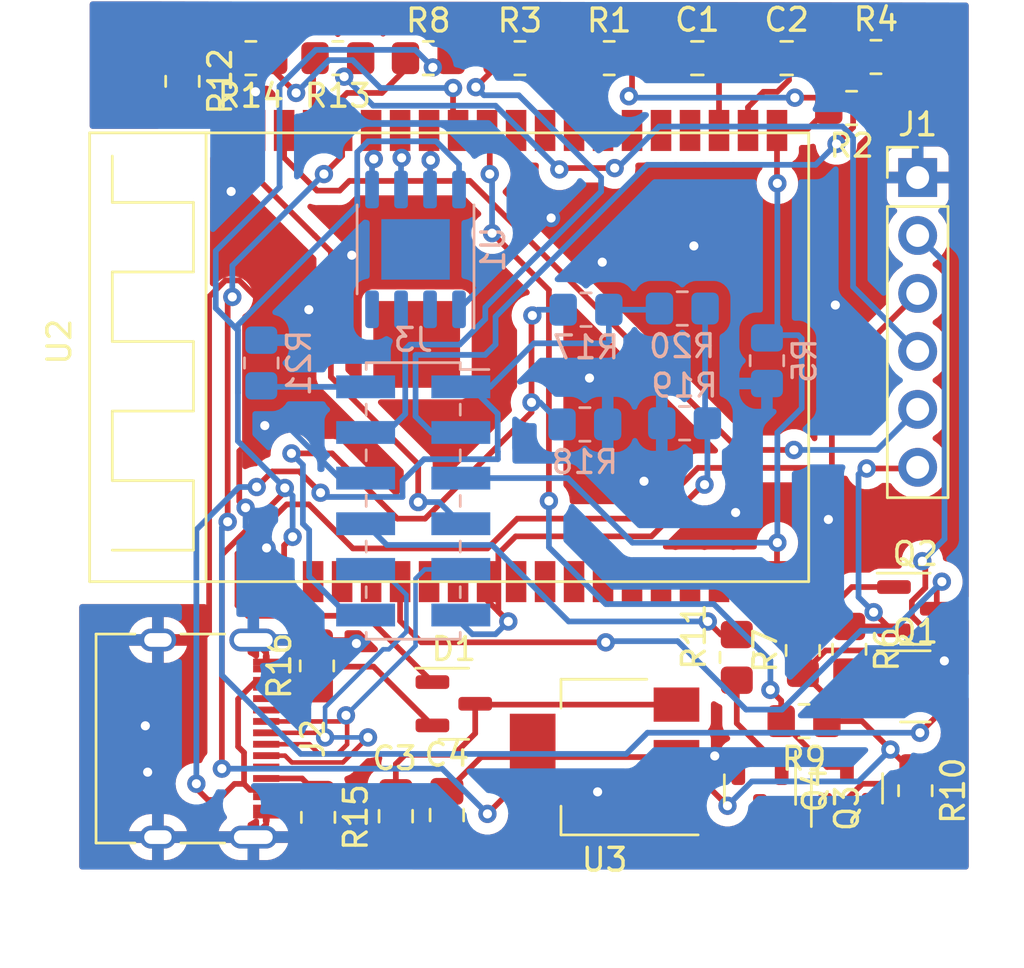
<source format=kicad_pcb>
(kicad_pcb (version 20211014) (generator pcbnew)
  (layers (0 "F.Cu" signal) (31 "B.Cu" signal) (34 "B.Paste" user) (35 "F.Paste" user) (36 "B.SilkS" user "B.Silkscreen") (37 "F.SilkS" user "F.Silkscreen") (38 "B.Mask" user) (39 "F.Mask" user) (44 "Edge.Cuts" user))
  (net 0 "")
  (net 1 "Net-(C1-Pad1)")
  (net 2 "esp_audio_l")
  (net 3 "Net-(C2-Pad1)")
  (net 4 "esp_audio_r")
  (net 5 "Net-(C3-Pad1)")
  (net 6 "GND")
  (net 7 "+3.3V")
  (net 8 "+5C")
  (net 9 "+5V")
  (net 10 "rts")
  (net 11 "prg-rx")
  (net 12 "prg-tx")
  (net 13 "dtr")
  (net 14 "Net-(J2-PadA5)")
  (net 15 "usb D+")
  (net 16 "usb D-")
  (net 18 "Net-(J2-PadB5)")
  (net 20 "Net-(R21-Pad1)")
  (net 21 "audio_r")
  (net 22 "audio_l")
  (net 23 "GNDA")
  (net 24 "zune-rx")
  (net 25 "zune-tx")
  (net 26 "auth_ctrl")
  (net 27 "Net-(R17-Pad1)")
  (net 28 "Net-(Q1-Pad1)")
  (net 29 "EN")
  (net 30 "Net-(Q2-Pad1)")
  (net 31 "esp_rst")
  (net 32 "Net-(Q3-Pad1)")
  (net 33 "esp-rx")
  (net 34 "Net-(Q4-Pad1)")
  (net 35 "Net-(R13-Pad2)")
  (net 36 "esp-tx")
  (net 40 "DIO")
  (net 41 "CLK")
  (net 42 "RST")
  (footprint "Resistor_SMD:R_0805_2012Metric_Pad1.20x1.40mm_HandSolder" (layer "F.Cu") (at 133.6548 108.0516 90)
    (fp_text reference "R11")
    (fp_text value "10k")
  )
  (footprint "Resistor_SMD:R_0805_2012Metric_Pad1.20x1.40mm_HandSolder" (layer "F.Cu") (at 136.6012 110.8456 180)
    (fp_text reference "R9")
    (fp_text value "10k")
  )
  (footprint "Capacitor_SMD:C_0805_2012Metric_Pad1.18x1.45mm_HandSolder" (layer "F.Cu") (at 131.9276 81.788)
    (fp_text reference "C1")
    (fp_text value "1uf")
  )
  (footprint "Connector_PinHeader_2.54mm:PinHeader_1x06_P2.54mm_Vertical" (layer "F.Cu") (at 141.5796 87.0204)
    (fp_text reference "J1")
    (fp_text value "Conn_01x06")
  )
  (footprint "Resistor_SMD:R_0805_2012Metric_Pad1.20x1.40mm_HandSolder" (layer "F.Cu") (at 128.0668 81.788)
    (fp_text reference "R1")
    (fp_text value "opt")
  )
  (footprint "Package_TO_SOT_SMD:SOT-23" (layer "F.Cu") (at 121.2596 110.0836)
    (fp_text reference "D1")
    (fp_text value "BAT54C")
  )
  (footprint "Package_TO_SOT_SMD:SOT-23" (layer "F.Cu") (at 141.478 105.918)
    (fp_text reference "Q2")
    (fp_text value "MMBT3904")
  )
  (footprint "Resistor_SMD:R_0805_2012Metric_Pad1.20x1.40mm_HandSolder" (layer "F.Cu") (at 112.3696 81.788 180)
    (fp_text reference "R14")
    (fp_text value "3.3k")
  )
  (footprint "Package_TO_SOT_SMD:SOT-23" (layer "F.Cu") (at 141.478 109.3216)
    (fp_text reference "Q1")
    (fp_text value "MMBT3904")
  )
  (footprint "Capacitor_SMD:C_0805_2012Metric_Pad1.18x1.45mm_HandSolder" (layer "F.Cu") (at 135.8392 81.788)
    (fp_text reference "C2")
    (fp_text value "1uf")
  )
  (footprint "Resistor_SMD:R_0805_2012Metric_Pad1.20x1.40mm_HandSolder" (layer "F.Cu") (at 109.3724 82.804 -90)
    (fp_text reference "R12")
    (fp_text value "3.3k")
  )
  (footprint "Package_TO_SOT_SMD:SOT-223-3_TabPin2" (layer "F.Cu") (at 127.8636 112.4204 180)
    (fp_text reference "U3")
    (fp_text value "AP1117-33")
  )
  (footprint "Capacitor_SMD:C_0805_2012Metric_Pad1.18x1.45mm_HandSolder" (layer "F.Cu") (at 120.9548 114.9604 -90)
    (fp_text reference "C4")
    (fp_text value "10uf")
  )
  (footprint "Resistor_SMD:R_0805_2012Metric_Pad1.20x1.40mm_HandSolder" (layer "F.Cu") (at 120.142 81.788)
    (fp_text reference "R8")
    (fp_text value "10k")
  )
  (footprint "Resistor_SMD:R_0805_2012Metric_Pad1.20x1.40mm_HandSolder" (layer "F.Cu") (at 136.5504 107.7468 90)
    (fp_text reference "R7")
    (fp_text value "10k")
  )
  (footprint "Package_TO_SOT_SMD:SOT-23" (layer "F.Cu") (at 138.4808 113.792 90)
    (fp_text reference "Q3")
    (fp_text value "MMBT3904")
  )
  (footprint "Resistor_SMD:R_0805_2012Metric_Pad1.20x1.40mm_HandSolder" (layer "F.Cu") (at 138.684 83.9724 180)
    (fp_text reference "R2")
    (fp_text value "opt")
  )
  (footprint "Resistor_SMD:R_0805_2012Metric_Pad1.20x1.40mm_HandSolder" (layer "F.Cu") (at 141.478 113.8936 -90)
    (fp_text reference "R10")
    (fp_text value "10k")
  )
  (footprint "Resistor_SMD:R_0805_2012Metric_Pad1.20x1.40mm_HandSolder" (layer "F.Cu") (at 115.2652 108.4232 90)
    (fp_text reference "R16")
    (fp_text value "5.1k")
  )
  (footprint "ESP32-A1S:ESP32-A1S" (layer "F.Cu") (at 106.8064 94.7146 90)
    (fp_text reference "U2")
    (fp_text value "ESP32-A1S")
  )
  (footprint "Resistor_SMD:R_0805_2012Metric_Pad1.20x1.40mm_HandSolder" (layer "F.Cu") (at 115.316 115.062 -90)
    (fp_text reference "R15")
    (fp_text value "5.1k")
  )
  (footprint "Resistor_SMD:R_0805_2012Metric_Pad1.20x1.40mm_HandSolder" (layer "F.Cu") (at 139.7508 81.7372)
    (fp_text reference "R4")
    (fp_text value "0")
  )
  (footprint "Package_TO_SOT_SMD:SOT-23" (layer "F.Cu") (at 134.6708 113.8428 -90)
    (fp_text reference "Q4")
    (fp_text value "MMBT3904")
  )
  (footprint "Connector_USB:USB_C_Receptacle_XKB_U262-16XN-4BVC11" (layer "F.Cu") (at 109.3724 111.6076 -90)
    (fp_text reference "J2")
    (fp_text value "USB_C_Receptacle_USB2.0")
  )
  (footprint "Resistor_SMD:R_0805_2012Metric_Pad1.20x1.40mm_HandSolder" (layer "F.Cu") (at 138.5824 107.696 -90)
    (fp_text reference "R6")
    (fp_text value "10k")
  )
  (footprint "Resistor_SMD:R_0805_2012Metric_Pad1.20x1.40mm_HandSolder" (layer "F.Cu") (at 124.1552 81.788)
    (fp_text reference "R3")
    (fp_text value "0")
  )
  (footprint "Resistor_SMD:R_0805_2012Metric_Pad1.20x1.40mm_HandSolder" (layer "F.Cu") (at 116.1796 81.788 180)
    (fp_text reference "R13")
    (fp_text value "499")
  )
  (footprint "Capacitor_SMD:C_0805_2012Metric_Pad1.18x1.45mm_HandSolder" (layer "F.Cu") (at 118.7196 115.0112 -90)
    (fp_text reference "C3")
    (fp_text value "10uf")
  )
  (footprint "Resistor_SMD:R_0805_2012Metric_Pad1.20x1.40mm_HandSolder" (layer "B.Cu") (at 112.8268 95.1484 90)
    (fp_text reference "R21")
    (fp_text value "opt")
  )
  (footprint "Resistor_SMD:R_0805_2012Metric_Pad1.20x1.40mm_HandSolder" (layer "B.Cu") (at 134.9756 95.0468 90)
    (fp_text reference "R5")
    (fp_text value "0")
  )
  (footprint "Connector_PinHeader_2.00mm:PinHeader_2x06_P2.00mm_Vertical_SMD" (layer "B.Cu") (at 119.4816 101.1936 180)
    (fp_text reference "J3")
    (fp_text value "Zune Passthrough")
  )
  (footprint "Package_SO:Infineon_PG-DSO-8-27_3.9x4.9mm_EP2.65x3mm" (layer "B.Cu") (at 119.5832 90.17 90)
    (fp_text reference "U1")
    (fp_text value "TPM")
  )
  (footprint "Resistor_SMD:R_0805_2012Metric_Pad1.20x1.40mm_HandSolder" (layer "B.Cu") (at 127.0508 92.8116)
    (fp_text reference "R17")
    (fp_text value "5.1k")
  )
  (footprint "Resistor_SMD:R_0805_2012Metric_Pad1.20x1.40mm_HandSolder" (layer "B.Cu") (at 131.3688 97.79 180)
    (fp_text reference "R19")
    (fp_text value "3.3k")
  )
  (footprint "Resistor_SMD:R_0805_2012Metric_Pad1.20x1.40mm_HandSolder" (layer "B.Cu") (at 131.2672 92.7608)
    (fp_text reference "R20")
    (fp_text value "opt")
  )
  (footprint "Resistor_SMD:R_0805_2012Metric_Pad1.20x1.40mm_HandSolder" (layer "B.Cu") (at 127 97.8408)
    (fp_text reference "R18")
    (fp_text value "5.1k")
  )
  (segment (start 127.0668 81.788) (end 125.1552 81.788) (width 0.25) (layer "F.Cu") (net 1))
  (segment (start 130.8901 81.1061) (end 130.1496 80.3656) (width 0.25) (layer "F.Cu") (net 1))
  (segment (start 130.1496 80.3656) (end 128.4892 80.3656) (width 0.25) (layer "F.Cu") (net 1))
  (segment (start 128.4892 80.3656) (end 127.0668 81.788) (width 0.25) (layer "F.Cu") (net 1))
  (segment (start 130.8901 81.788) (end 130.8901 81.1061) (width 0.25) (layer "F.Cu") (net 1))
  (segment (start 132.8764 84.9566) (end 132.8764 81.8767) (width 0.25) (layer "F.Cu") (net 2))
  (segment (start 140.7508 81.4164) (end 139.7 80.3656) (width 0.25) (layer "F.Cu") (net 3))
  (segment (start 139.684 83.9724) (end 140.7508 82.9056) (width 0.25) (layer "F.Cu") (net 3))
  (segment (start 140.7508 82.9056) (end 140.7508 81.7372) (width 0.25) (layer "F.Cu") (net 3))
  (segment (start 136.2241 80.3656) (end 134.8017 81.788) (width 0.25) (layer "F.Cu") (net 3))
  (segment (start 139.7 80.3656) (end 136.2241 80.3656) (width 0.25) (layer "F.Cu") (net 3))
  (segment (start 135.4328 83.2612) (end 134.8232 83.2612) (width 0.25) (layer "F.Cu") (net 4))
  (segment (start 135.9408 82.7532) (end 135.4328 83.2612) (width 0.25) (layer "F.Cu") (net 4))
  (segment (start 134.8232 83.2612) (end 134.1464 83.938) (width 0.25) (layer "F.Cu") (net 4))
  (segment (start 134.1464 83.938) (end 134.1464 84.9566) (width 0.25) (layer "F.Cu") (net 4))
  (segment (start 136.585 81.788) (end 135.9408 82.4322) (width 0.25) (layer "F.Cu") (net 4))
  (segment (start 135.9408 82.4322) (end 135.9408 82.7532) (width 0.25) (layer "F.Cu") (net 4))
  (segment (start 122.2339 110.1204) (end 131.0136 110.1204) (width 0.25) (layer "F.Cu") (net 5))
  (segment (start 118.7196 112.7252) (end 119.126 112.3188) (width 0.25) (layer "F.Cu") (net 5))
  (segment (start 118.7196 113.9737) (end 118.7196 112.7252) (width 0.25) (layer "F.Cu") (net 5))
  (segment (start 119.126 112.3188) (end 121.2596 112.3188) (width 0.25) (layer "F.Cu") (net 5))
  (segment (start 122.1971 111.3813) (end 122.1971 110.0836) (width 0.25) (layer "F.Cu") (net 5))
  (segment (start 121.2596 112.3188) (end 122.1971 111.3813) (width 0.25) (layer "F.Cu") (net 5))
  (segment (start 108.2974 107.2876) (end 110.1872 107.2876) (width 0.25) (layer "F.Cu") (net 6))
  (segment (start 111.857105 91.5278) (end 112.9792 92.649895) (width 0.25) (layer "F.Cu") (net 6))
  (segment (start 112.9792 92.649895) (end 112.9792 97.8916) (width 0.25) (layer "F.Cu") (net 6))
  (segment (start 112.5564 83.2776) (end 112.5728 83.2612) (width 0.25) (layer "F.Cu") (net 6))
  (segment (start 113.0424 107.8526) (end 112.4774 107.2876) (width 0.25) (layer "F.Cu") (net 6))
  (segment (start 110.1872 107.2876) (end 110.5408 106.934) (width 0.25) (layer "F.Cu") (net 6))
  (segment (start 110.5408 106.934) (end 110.5408 92.243495) (width 0.25) (layer "F.Cu") (net 6))
  (segment (start 112.13776 101.488245) (end 111.8616 101.212085) (width 0.25) (layer "F.Cu") (net 6))
  (segment (start 125.827301 88.794101) (end 127.762 90.7288) (width 0.25) (layer "F.Cu") (net 6))
  (segment (start 113.0424 115.3626) (end 112.4774 115.9276) (width 0.25) (layer "F.Cu") (net 6))
  (segment (start 113.0424 114.9576) (end 113.0424 115.3626) (width 0.25) (layer "F.Cu") (net 6))
  (segment (start 111.256495 91.5278) (end 111.857105 91.5278) (width 0.25) (layer "F.Cu") (net 6))
  (segment (start 112.5564 104.7306) (end 112.5564 103.755198) (width 0.25) (layer "F.Cu") (net 6))
  (segment (start 111.8616 101.212085) (end 111.8616 99.0092) (width 0.25) (layer "F.Cu") (net 6))
  (segment (start 110.5408 92.243495) (end 111.256495 91.5278) (width 0.25) (layer "F.Cu") (net 6))
  (segment (start 111.8616 99.0092) (end 112.9792 97.8916) (width 0.25) (layer "F.Cu") (net 6))
  (segment (start 112.5564 84.9566) (end 112.5564 83.2776) (width 0.25) (layer "F.Cu") (net 6))
  (segment (start 125.522501 88.794101) (end 125.827301 88.794101) (width 0.25) (layer "F.Cu") (net 6))
  (segment (start 112.5564 103.755198) (end 113.057999 103.253599) (width 0.25) (layer "F.Cu") (net 6))
  (segment (start 113.0424 108.2576) (end 113.0424 107.8526) (width 0.25) (layer "F.Cu") (net 6))
  (via (at 132.6896 112.3696) (size 0.8) (drill 0.4) (layers "F.Cu" "B.Cu") (net 6))
  (via (at 111.506 87.63) (size 0.8) (drill 0.4) (layers "F.Cu" "B.Cu") (net 6))
  (via (at 112.5728 83.2612) (size 0.8) (drill 0.4) (layers "F.Cu" "B.Cu") (net 6))
  (via (at 127.5588 113.9444) (size 0.8) (drill 0.4) (layers "F.Cu" "B.Cu") (net 6))
  (via (at 129.5908 100.33) (size 0.8) (drill 0.4) (layers "F.Cu" "B.Cu") (net 6))
  (via (at 125.522501 88.794101) (size 0.8) (drill 0.4) (layers "F.Cu" "B.Cu") (net 6))
  (via (at 131.7752 90.0176) (size 0.8) (drill 0.4) (layers "F.Cu" "B.Cu") (net 6))
  (via (at 127.2032 95.8088) (size 0.8) (drill 0.4) (layers "F.Cu" "B.Cu") (net 6))
  (via (at 133.604 101.7016) (size 0.8) (drill 0.4) (layers "F.Cu" "B.Cu") (net 6))
  (via (at 112.13776 101.488245) (size 0.8) (drill 0.4) (layers "F.Cu" "B.Cu") (net 6))
  (via (at 107.7468 111.0488) (size 0.8) (drill 0.4) (layers "F.Cu" "B.Cu") (net 6))
  (via (at 127.762 90.7288) (size 0.8) (drill 0.4) (layers "F.Cu" "B.Cu") (net 6))
  (via (at 112.9792 97.8916) (size 0.8) (drill 0.4) (layers "F.Cu" "B.Cu") (net 6))
  (via (at 137.9728 92.6084) (size 0.8) (drill 0.4) (layers "F.Cu" "B.Cu") (net 6))
  (via (at 116.9924 107.442) (size 0.8) (drill 0.4) (layers "F.Cu" "B.Cu") (net 6))
  (via (at 116.7892 90.424) (size 0.8) (drill 0.4) (layers "F.Cu" "B.Cu") (net 6))
  (via (at 142.748 108.204) (size 0.8) (drill 0.4) (layers "F.Cu" "B.Cu") (net 6))
  (via (at 107.8484 113.0808) (size 0.8) (drill 0.4) (layers "F.Cu" "B.Cu") (net 6))
  (via (at 114.9096 92.8116) (size 0.8) (drill 0.4) (layers "F.Cu" "B.Cu") (net 6))
  (via (at 137.668 102.0064) (size 0.8) (drill 0.4) (layers "F.Cu" "B.Cu") (net 6))
  (via (at 113.057999 103.253599) (size 0.8) (drill 0.4) (layers "F.Cu" "B.Cu") (net 6))
  (segment (start 116.255705 100.1936) (end 113.953705 97.8916) (width 0.25) (layer "B.Cu") (net 6))
  (segment (start 113.057999 103.253599) (end 112.13776 102.33336) (width 0.25) (layer "B.Cu") (net 6))
  (segment (start 112.5728 83.2612) (end 111.506 84.328) (width 0.25) (layer "B.Cu") (net 6))
  (segment (start 125.489099 88.794101) (end 125.522501 88.794101) (width 0.25) (layer "B.Cu") (net 6))
  (segment (start 113.953705 97.8916) (end 112.9792 97.8916) (width 0.25) (layer "B.Cu") (net 6))
  (segment (start 112.4774 103.834198) (end 112.4774 107.2876) (width 0.25) (layer "B.Cu") (net 6))
  (segment (start 121.4882 92.795) (end 125.489099 88.794101) (width 0.25) (layer "B.Cu") (net 6))
  (segment (start 111.506 84.328) (end 111.506 87.63) (width 0.25) (layer "B.Cu") (net 6))
  (segment (start 113.057999 103.253599) (end 112.4774 103.834198) (width 0.25) (layer "B.Cu") (net 6))
  (segment (start 112.13776 102.33336) (end 112.13776 101.488245) (width 0.25) (layer "B.Cu") (net 6))
  (segment (start 140.3858 112.0902) (end 139.1412 110.8456) (width 0.25) (layer "F.Cu") (net 7))
  (segment (start 124.7136 112.4204) (end 131.0136 112.4204) (width 0.25) (layer "F.Cu") (net 7))
  (segment (start 139.1412 110.8456) (end 137.6012 110.8456) (width 0.25) (layer "F.Cu") (net 7))
  (segment (start 120.7479 81.788) (end 120.3415 82.1944) (width 0.25) (layer "F.Cu") (net 7))
  (segment (start 111.0996 103.551004) (end 111.0996 112.776) (width 0.25) (layer "F.Cu") (net 7))
  (segment (start 113.8264 104.7306) (end 113.8264 103.1404) (width 0.25) (layer "F.Cu") (net 7))
  (segment (start 113.857068 100.793536) (end 111.0996 103.551004) (width 0.25) (layer "F.Cu") (net 7))
  (segment (start 111.0996 112.776) (end 111.0996 112.9284) (width 0.25) (layer "F.Cu") (net 7))
  (segment (start 113.8264 103.1404) (end 114.1984 102.7684) (width 0.25) (layer "F.Cu") (net 7))
  (segment (start 122.7328 114.9096) (end 124.7136 112.9288) (width 0.25) (layer "F.Cu") (net 7))
  (segment (start 131.1148 112.4204) (end 133.2484 114.554) (width 0.25) (layer "F.Cu") (net 7))
  (segment (start 122.4573 112.4204) (end 124.7136 112.4204) (width 0.25) (layer "F.Cu") (net 7))
  (segment (start 141.1892 112.8936) (end 140.3858 112.0902) (width 0.25) (layer "F.Cu") (net 7))
  (segment (start 113.857068 100.626377) (end 113.857068 100.793536) (width 0.25) (layer "F.Cu") (net 7))
  (segment (start 120.9548 113.9229) (end 122.4573 112.4204) (width 0.25) (layer "F.Cu") (net 7))
  (via (at 114.1984 102.7684) (size 0.8) (drill 0.4) (layers "F.Cu" "B.Cu") (net 7))
  (via (at 122.7328 114.9096) (size 0.8) (drill 0.4) (layers "F.Cu" "B.Cu") (net 7))
  (via (at 120.3415 82.1944) (size 0.8) (drill 0.4) (layers "F.Cu" "B.Cu") (net 7))
  (via (at 140.3858 112.0902) (size 0.8) (drill 0.4) (layers "F.Cu" "B.Cu") (net 7))
  (via (at 113.857068 100.626377) (size 0.8) (drill 0.4) (layers "F.Cu" "B.Cu") (net 7))
  (via (at 133.2484 114.554) (size 0.8) (drill 0.4) (layers "F.Cu" "B.Cu") (net 7))
  (via (at 111.0996 112.9284) (size 0.8) (drill 0.4) (layers "F.Cu" "B.Cu") (net 7))
  (segment (start 111.0996 112.9284) (end 120.7516 112.9284) (width 0.25) (layer "B.Cu") (net 7))
  (segment (start 133.2484 114.554) (end 134.3152 113.4872) (width 0.25) (layer "B.Cu") (net 7))
  (segment (start 111.8018 96.4602) (end 111.8018 93.481) (width 0.25) (layer "B.Cu") (net 7))
  (segment (start 113.6258 87.413) (end 113.6396 87.4268) (width 0.25) (layer "B.Cu") (net 7))
  (segment (start 114.1984 102.7684) (end 114.1984 100.967709) (width 0.25) (layer "B.Cu") (net 7))
  (segment (start 134.3152 113.4872) (end 138.9888 113.4872) (width 0.25) (layer "B.Cu") (net 7))
  (segment (start 120.7516 112.9284) (end 122.7328 114.9096) (width 0.25) (layer "B.Cu") (net 7))
  (segment (start 111.8018 93.717) (end 111.8018 96.4602) (width 0.25) (layer "B.Cu") (net 7))
  (segment (start 138.9888 113.4872) (end 140.3858 112.0902) (width 0.25) (layer "B.Cu") (net 7))
  (segment (start 115.213309 81.424186) (end 113.6258 83.011695) (width 0.25) (layer "B.Cu") (net 7))
  (segment (start 117.504895 85.4318) (end 120.4838 85.4318) (width 0.25) (layer "B.Cu") (net 7))
  (segment (start 121.4882 86.4362) (end 121.4882 87.545) (width 0.25) (layer "B.Cu") (net 7))
  (segment (start 120.3415 82.1944) (end 119.571286 81.424186) (width 0.25) (layer "B.Cu") (net 7))
  (segment (start 113.6258 83.011695) (end 113.6258 87.413) (width 0.25) (layer "B.Cu") (net 7))
  (segment (start 114.1984 100.967709) (end 113.857068 100.626377) (width 0.25) (layer "B.Cu") (net 7))
  (segment (start 119.571286 81.424186) (end 115.213309 81.424186) (width 0.25) (layer "B.Cu") (net 7))
  (segment (start 117.0294 85.907295) (end 117.504895 85.4318) (width 0.25) (layer "B.Cu") (net 7))
  (segment (start 117.0294 88.2534) (end 117.0294 85.907295) (width 0.25) (layer "B.Cu") (net 7))
  (segment (start 110.8318 90.2346) (end 110.8318 92.747) (width 0.25) (layer "B.Cu") (net 7))
  (segment (start 113.857068 100.626377) (end 111.8018 98.571109) (width 0.25) (layer "B.Cu") (net 7))
  (segment (start 113.6396 87.4268) (end 110.8318 90.2346) (width 0.25) (layer "B.Cu") (net 7))
  (segment (start 110.8318 92.747) (end 111.8018 93.717) (width 0.25) (layer "B.Cu") (net 7))
  (segment (start 111.8018 93.481) (end 117.0294 88.2534) (width 0.25) (layer "B.Cu") (net 7))
  (segment (start 120.4838 85.4318) (end 121.4882 86.4362) (width 0.25) (layer "B.Cu") (net 7))
  (segment (start 111.8018 98.571109) (end 111.8018 96.4602) (width 0.25) (layer "B.Cu") (net 7))
  (segment (start 114.9096 101.346) (end 116.84 103.2764) (width 0.25) (layer "F.Cu") (net 8))
  (segment (start 111.7814 105.7728) (end 111.7814 103.5056) (width 0.25) (layer "F.Cu") (net 8))
  (segment (start 137.8204 99.7204) (end 137.8204 95.8596) (width 0.25) (layer "F.Cu") (net 8))
  (segment (start 117.4167 106.2282) (end 112.2368 106.2282) (width 0.25) (layer "F.Cu") (net 8))
  (segment (start 124.0398 101.9694) (end 129.7294 101.9694) (width 0.25) (layer "F.Cu") (net 8))
  (segment (start 113.941 101.346) (end 114.9096 101.346) (width 0.25) (layer "F.Cu") (net 8))
  (segment (start 129.7294 101.9694) (end 131.953 99.7458) (width 0.25) (layer "F.Cu") (net 8))
  (segment (start 111.7814 103.5056) (end 113.941 101.346) (width 0.25) (layer "F.Cu") (net 8))
  (segment (start 120.3221 109.1336) (end 117.4167 106.2282) (width 0.25) (layer "F.Cu") (net 8))
  (segment (start 131.953 99.7458) (end 137.795 99.7458) (width 0.25) (layer "F.Cu") (net 8))
  (segment (start 116.84 103.2764) (end 122.7328 103.2764) (width 0.25) (layer "F.Cu") (net 8))
  (segment (start 122.7328 103.2764) (end 124.0398 101.9694) (width 0.25) (layer "F.Cu") (net 8))
  (segment (start 137.8204 95.8596) (end 141.5796 92.1004) (width 0.25) (layer "F.Cu") (net 8))
  (segment (start 112.2368 106.2282) (end 111.7814 105.7728) (width 0.25) (layer "F.Cu") (net 8))
  (segment (start 137.795 99.7458) (end 137.8204 99.7204) (width 0.25) (layer "F.Cu") (net 8))
  (segment (start 114.017627 109.0576) (end 114.617227 108.458) (width 0.25) (layer "F.Cu") (net 9))
  (segment (start 117.7465 108.458) (end 120.3221 111.0336) (width 0.25) (layer "F.Cu") (net 9))
  (segment (start 112.070399 112.222799) (end 112.070399 113.594399) (width 0.25) (layer "F.Cu") (net 9))
  (segment (start 113.306223 99.901377) (end 112.6236 100.584) (width 0.25) (layer "F.Cu") (net 9))
  (segment (start 111.652801 113.594399) (end 110.9472 114.3) (width 0.25) (layer "F.Cu") (net 9))
  (segment (start 113.0424 109.0576) (end 114.017627 109.0576) (width 0.25) (layer "F.Cu") (net 9))
  (segment (start 112.3336 113.8576) (end 113.0424 113.8576) (width 0.25) (layer "F.Cu") (net 9))
  (segment (start 109.982 113.792) (end 109.982 113.5888) (width 0.25) (layer "F.Cu") (net 9))
  (segment (start 110.9472 114.3) (end 110.49 114.3) (width 0.25) (layer "F.Cu") (net 9))
  (segment (start 110.49 114.3) (end 109.982 113.792) (width 0.25) (layer "F.Cu") (net 9))
  (segment (start 114.617227 108.458) (end 117.7465 108.458) (width 0.25) (layer "F.Cu") (net 9))
  (segment (start 112.627351 109.0576) (end 111.8108 109.874151) (width 0.25) (layer "F.Cu") (net 9))
  (segment (start 112.070399 113.594399) (end 112.3336 113.8576) (width 0.25) (layer "F.Cu") (net 9))
  (segment (start 111.8108 109.874151) (end 111.8108 111.9632) (width 0.25) (layer "F.Cu") (net 9))
  (segment (start 114.489575 99.901377) (end 113.306223 99.901377) (width 0.25) (layer "F.Cu") (net 9))
  (segment (start 115.421899 100.833701) (end 114.489575 99.901377) (width 0.25) (layer "F.Cu") (net 9))
  (segment (start 111.8108 111.9632) (end 112.070399 112.222799) (width 0.25) (layer "F.Cu") (net 9))
  (segment (start 112.070399 113.594399) (end 111.652801 113.594399) (width 0.25) (layer "F.Cu") (net 9))
  (via (at 112.6236 100.584) (size 0.8) (drill 0.4) (layers "F.Cu" "B.Cu") (net 9))
  (via (at 109.982 113.5888) (size 0.8) (drill 0.4) (layers "F.Cu" "B.Cu") (net 9))
  (via (at 115.421899 100.833701) (size 0.8) (drill 0.4) (layers "F.Cu" "B.Cu") (net 9))
  (segment (start 128.0508 94.1992) (end 128.0508 92.8116) (width 0.25) (layer "B.Cu") (net 9))
  (segment (start 115.606798 101.0186) (end 115.421899 100.833701) (width 0.25) (layer "B.Cu") (net 9))
  (segment (start 127.9652 94.2848) (end 128.0508 94.1992) (width 0.25) (layer "B.Cu") (net 9))
  (segment (start 111.852295 100.584) (end 109.982 102.454295) (width 0.25) (layer "B.Cu") (net 9))
  (segment (start 122.856 96.1936) (end 124.7648 94.2848) (width 0.25) (layer "B.Cu") (net 9))
  (segment (start 128.0508 92.8116) (end 130.2164 92.8116) (width 0.25) (layer "B.Cu") (net 9))
  (segment (start 119.0116 100.3086) (end 119.9554 99.3648) (width 0.25) (layer "B.Cu") (net 9))
  (segment (start 109.982 102.454295) (end 109.982 113.5888) (width 0.25) (layer "B.Cu") (net 9))
  (segment (start 123.1816 97.3686) (end 123.1816 99.0186) (width 0.25) (layer "B.Cu") (net 9))
  (segment (start 119.0116 101.0186) (end 119.0116 100.3086) (width 0.25) (layer "B.Cu") (net 9))
  (segment (start 119.9554 99.3648) (end 123.19 99.3648) (width 0.25) (layer "B.Cu") (net 9))
  (segment (start 121.5666 96.1936) (end 122.856 96.1936) (width 0.25) (layer "B.Cu") (net 9))
  (segment (start 112.6236 100.584) (end 111.852295 100.584) (width 0.25) (layer "B.Cu") (net 9))
  (segment (start 124.7648 94.2848) (end 127.9652 94.2848) (width 0.25) (layer "B.Cu") (net 9))
  (segment (start 119.0116 101.0186) (end 115.606798 101.0186) (width 0.25) (layer "B.Cu") (net 9))
  (segment (start 123.19 99.027) (end 123.1816 99.0186) (width 0.25) (layer "B.Cu") (net 9))
  (segment (start 123.19 99.3648) (end 123.19 99.027) (width 0.25) (layer "B.Cu") (net 9))
  (segment (start 122.0066 96.1936) (end 123.1816 97.3686) (width 0.25) (layer "B.Cu") (net 9))
  (segment (start 136.5504 108.7468) (end 137.5506 107.7466) (width 0.25) (layer "F.Cu") (net 10))
  (segment (start 141.8844 106.802649) (end 141.324751 106.243) (width 0.25) (layer "F.Cu") (net 10))
  (segment (start 141.275 107.7466) (end 141.8844 107.1372) (width 0.25) (layer "F.Cu") (net 10))
  (segment (start 141.8844 107.1372) (end 141.8844 106.802649) (width 0.25) (layer "F.Cu") (net 10))
  (segment (start 139.9969 109.728) (end 140.5405 110.2716) (width 0.25) (layer "F.Cu") (net 10))
  (segment (start 137.5664 109.728) (end 139.9969 109.728) (width 0.25) (layer "F.Cu") (net 10))
  (segment (start 136.5852 108.7468) (end 137.5664 109.728) (width 0.25) (layer "F.Cu") (net 10))
  (segment (start 141.324751 106.243) (end 141.324751 105.593) (width 0.25) (layer "F.Cu") (net 10))
  (segment (start 141.914151 105.0036) (end 141.914151 103.864951) (width 0.25) (layer "F.Cu") (net 10))
  (segment (start 137.5506 107.7466) (end 141.275 107.7466) (width 0.25) (layer "F.Cu") (net 10))
  (segment (start 141.8844 103.8352) (end 141.7828 103.8352) (width 0.25) (layer "F.Cu") (net 10))
  (segment (start 141.324751 105.593) (end 141.914151 105.0036) (width 0.25) (layer "F.Cu") (net 10))
  (segment (start 141.914151 103.864951) (end 141.8844 103.8352) (width 0.25) (layer "F.Cu") (net 10))
  (via (at 141.7828 103.8352) (size 0.8) (drill 0.4) (layers "F.Cu" "B.Cu") (net 10))
  (segment (start 142.7546 90.7354) (end 141.5796 89.5604) (width 0.25) (layer "B.Cu") (net 10))
  (segment (start 142.7546 102.8634) (end 142.7546 90.7354) (width 0.25) (layer "B.Cu") (net 10))
  (segment (start 141.7828 103.8352) (end 142.7546 102.8634) (width 0.25) (layer "B.Cu") (net 10))
  (segment (start 125.942273 86.604927) (end 125.8824 86.6648) (width 0.25) (layer "F.Cu") (net 11))
  (segment (start 116.456397 82.599186) (end 116.456397 82.511203) (width 0.25) (layer "F.Cu") (net 11))
  (segment (start 116.456397 82.511203) (end 117.1796 81.788) (width 0.25) (layer "F.Cu") (net 11))
  (segment (start 128.304734 86.604927) (end 125.942273 86.604927) (width 0.25) (layer "F.Cu") (net 11))
  (via (at 116.456397 82.599186) (size 0.8) (drill 0.4) (layers "F.Cu" "B.Cu") (net 11))
  (via (at 128.304734 86.604927) (size 0.8) (drill 0.4) (layers "F.Cu" "B.Cu") (net 11))
  (via (at 125.8824 86.6648) (size 0.8) (drill 0.4) (layers "F.Cu" "B.Cu") (net 11))
  (segment (start 141.5796 94.6404) (end 138.7486 91.8094) (width 0.25) (layer "B.Cu") (net 11))
  (segment (start 138.7486 91.8094) (end 138.7486 85.246895) (width 0.25) (layer "B.Cu") (net 11))
  (segment (start 125.8824 86.6648) (end 123.0884 83.8708) (width 0.25) (layer "B.Cu") (net 11))
  (segment (start 128.431473 86.604927) (end 128.304734 86.604927) (width 0.25) (layer "B.Cu") (net 11))
  (segment (start 117.728011 83.8708) (end 116.456397 82.599186) (width 0.25) (layer "B.Cu") (net 11))
  (segment (start 138.7486 85.246895) (end 138.286905 84.7852) (width 0.25) (layer "B.Cu") (net 11))
  (segment (start 138.286905 84.7852) (end 130.2512 84.7852) (width 0.25) (layer "B.Cu") (net 11))
  (segment (start 117.728011 83.8708) (end 123.0884 83.8708) (width 0.25) (layer "B.Cu") (net 11))
  (segment (start 130.2512 84.7852) (end 128.4732 86.5632) (width 0.25) (layer "B.Cu") (net 11))
  (segment (start 128.4732 86.5632) (end 128.431473 86.604927) (width 0.25) (layer "B.Cu") (net 11))
  (segment (start 133.8072 99.0092) (end 121.966305 87.168305) (width 0.25) (layer "F.Cu") (net 12))
  (segment (start 121.966305 87.168305) (end 116.683909 87.168305) (width 0.25) (layer "F.Cu") (net 12))
  (segment (start 115.269695 87.593) (end 113.8264 86.149705) (width 0.25) (layer "F.Cu") (net 12))
  (segment (start 116.683909 87.168305) (end 116.259214 87.593) (width 0.25) (layer "F.Cu") (net 12))
  (segment (start 116.259214 87.593) (end 115.269695 87.593) (width 0.25) (layer "F.Cu") (net 12))
  (segment (start 133.858 98.9584) (end 133.8072 99.0092) (width 0.25) (layer "F.Cu") (net 12))
  (segment (start 113.8264 86.149705) (end 113.8264 84.9566) (width 0.25) (layer "F.Cu") (net 12))
  (segment (start 136.1573 98.9584) (end 133.858 98.9584) (width 0.25) (layer "F.Cu") (net 12))
  (via (at 136.1573 98.9584) (size 0.8) (drill 0.4) (layers "F.Cu" "B.Cu") (net 12))
  (segment (start 139.8016 98.9584) (end 136.1573 98.9584) (width 0.25) (layer "B.Cu") (net 12))
  (segment (start 141.5796 97.1804) (end 139.8016 98.9584) (width 0.25) (layer "B.Cu") (net 12))
  (segment (start 140.4468 106.868) (end 139.6492 106.0704) (width 0.25) (layer "F.Cu") (net 13))
  (segment (start 138.5824 106.696) (end 140.3685 106.696) (width 0.25) (layer "F.Cu") (net 13))
  (segment (start 139.3444 99.7712) (end 141.5288 99.7712) (width 0.25) (layer "F.Cu") (net 13))
  (via (at 139.3444 99.7712) (size 0.8) (drill 0.4) (layers "F.Cu" "B.Cu") (net 13))
  (via (at 139.6492 106.0704) (size 0.8) (drill 0.4) (layers "F.Cu" "B.Cu") (net 13))
  (segment (start 138.9888 105.41) (end 138.9888 100.0252) (width 0.25) (layer "B.Cu") (net 13))
  (segment (start 139.2428 99.7712) (end 139.3444 99.7712) (width 0.25) (layer "B.Cu") (net 13))
  (segment (start 138.9888 100.0252) (end 139.2428 99.7712) (width 0.25) (layer "B.Cu") (net 13))
  (segment (start 139.6492 106.0704) (end 138.9888 105.41) (width 0.25) (layer "B.Cu") (net 13))
  (segment (start 113.0424 110.3576) (end 114.3308 110.3576) (width 0.25) (layer "F.Cu") (net 14))
  (segment (start 114.3308 110.3576) (end 115.2652 109.4232) (width 0.25) (layer "F.Cu") (net 14))
  (segment (start 113.8674 112.3576) (end 114.1669 112.6571) (width 0.2) (layer "F.Cu") (net 15))
  (segment (start 113.0424 112.3576) (end 113.8674 112.3576) (width 0.2) (layer "F.Cu") (net 15))
  (segment (start 114.1669 112.6571) (end 116.4009 112.6571) (width 0.2) (layer "F.Cu") (net 15))
  (segment (start 113.0424 111.3576) (end 115.4213 111.3576) (width 0.2) (layer "F.Cu") (net 15))
  (segment (start 116.4009 112.6571) (end 117.5004 111.5576) (width 0.2) (layer "F.Cu") (net 15))
  (segment (start 115.4213 111.3576) (end 115.6208 111.5571) (width 0.2) (layer "F.Cu") (net 15))
  (via (at 115.6208 111.5571) (size 0.8) (drill 0.4) (layers "F.Cu" "B.Cu") (net 15))
  (via (at 117.5004 111.5576) (size 0.8) (drill 0.4) (layers "F.Cu" "B.Cu") (net 15))
  (segment (start 115.6213 111.5576) (end 115.6208 111.5571) (width 0.2) (layer "B.Cu") (net 15))
  (segment (start 119.1832 105.3084) (end 118.0684 104.1936) (width 0.2) (layer "B.Cu") (net 15))
  (segment (start 119.1832 106.9276) (end 119.1832 105.3084) (width 0.2) (layer "B.Cu") (net 15))
  (segment (start 115.6208 110.236) (end 118.1608 107.696) (width 0.2) (layer "B.Cu") (net 15))
  (segment (start 115.6208 111.5571) (end 115.6208 110.236) (width 0.2) (layer "B.Cu") (net 15))
  (segment (start 118.4148 107.696) (end 119.1832 106.9276) (width 0.2) (layer "B.Cu") (net 15))
  (segment (start 118.1608 107.696) (end 118.4148 107.696) (width 0.2) (layer "B.Cu") (net 15))
  (segment (start 117.5004 111.5576) (end 115.6213 111.5576) (width 0.2) (layer "B.Cu") (net 15))
  (segment (start 116.586 110.6424) (end 116.5352 110.5916) (width 0.2) (layer "F.Cu") (net 16))
  (segment (start 113.0424 111.8576) (end 114.93135 111.8576) (width 0.2) (layer "F.Cu") (net 16))
  (segment (start 113.0424 110.8576) (end 116.2692 110.8576) (width 0.2) (layer "F.Cu") (net 16))
  (segment (start 116.2692 110.8576) (end 116.5352 110.5916) (width 0.2) (layer "F.Cu") (net 16))
  (segment (start 116.1905 112.2571) (end 116.586 111.8616) (width 0.2) (layer "F.Cu") (net 16))
  (segment (start 115.33085 112.2571) (end 116.1905 112.2571) (width 0.2) (layer "F.Cu") (net 16))
  (segment (start 116.586 111.8616) (end 116.586 110.6424) (width 0.2) (layer "F.Cu") (net 16))
  (segment (start 114.93135 111.8576) (end 115.33085 112.2571) (width 0.2) (layer "F.Cu") (net 16))
  (via (at 116.5352 110.5916) (size 0.8) (drill 0.4) (layers "F.Cu" "B.Cu") (net 16))
  (segment (start 119.9868 104.1936) (end 121.5666 104.1936) (width 0.2) (layer "B.Cu") (net 16))
  (segment (start 116.5352 110.5916) (end 119.5832 107.5436) (width 0.2) (layer "B.Cu") (net 16))
  (segment (start 119.5832 104.5972) (end 119.9868 104.1936) (width 0.2) (layer "B.Cu") (net 16))
  (segment (start 119.5832 107.5436) (end 119.5832 104.5972) (width 0.2) (layer "B.Cu") (net 16))
  (segment (start 114.6116 113.3576) (end 113.0424 113.3576) (width 0.25) (layer "F.Cu") (net 18))
  (segment (start 115.316 114.062) (end 114.6116 113.3576) (width 0.25) (layer "F.Cu") (net 18))
  (segment (start 112.872 96.1936) (end 117.3966 96.1936) (width 0.25) (layer "B.Cu") (net 20))
  (segment (start 138.7508 81.7372) (end 138.7508 84.82) (width 0.25) (layer "F.Cu") (net 21))
  (segment (start 138.7508 84.82) (end 138.0236 85.5472) (width 0.25) (layer "F.Cu") (net 21))
  (via (at 138.0236 85.5472) (size 0.8) (drill 0.4) (layers "F.Cu" "B.Cu") (net 21))
  (segment (start 120.2916 98.1936) (end 121.5666 98.1936) (width 0.25) (layer "B.Cu") (net 21))
  (segment (start 123.0884 93.1164) (end 123.0884 94.3356) (width 0.25) (layer "B.Cu") (net 21))
  (segment (start 119.5832 94.7928) (end 119.5832 97.4852) (width 0.25) (layer "B.Cu") (net 21))
  (segment (start 137.1092 86.4616) (end 129.7432 86.4616) (width 0.25) (layer "B.Cu") (net 21))
  (segment (start 129.7432 86.4616) (end 123.0884 93.1164) (width 0.25) (layer "B.Cu") (net 21))
  (segment (start 119.5832 97.4852) (end 120.2916 98.1936) (width 0.25) (layer "B.Cu") (net 21))
  (segment (start 122.6312 94.7928) (end 119.5832 94.7928) (width 0.25) (layer "B.Cu") (net 21))
  (segment (start 123.0884 94.3356) (end 122.6312 94.7928) (width 0.25) (layer "B.Cu") (net 21))
  (segment (start 138.0236 85.5472) (end 137.1092 86.4616) (width 0.25) (layer "B.Cu") (net 21))
  (segment (start 123.1552 82.1276) (end 122.2248 83.058) (width 0.25) (layer "F.Cu") (net 22))
  (via (at 122.2248 83.058) (size 0.8) (drill 0.4) (layers "F.Cu" "B.Cu") (net 22))
  (segment (start 119.1332 97.3836) (end 118.3232 98.1936) (width 0.25) (layer "B.Cu") (net 22))
  (segment (start 122.5804 83.4136) (end 124.1044 83.4136) (width 0.25) (layer "B.Cu") (net 22))
  (segment (start 122.2248 83.058) (end 122.5804 83.4136) (width 0.25) (layer "B.Cu") (net 22))
  (segment (start 122.6384 92.7028) (end 122.6384 93.218) (width 0.25) (layer "B.Cu") (net 22))
  (segment (start 122.6384 93.218) (end 121.5136 94.3428) (width 0.25) (layer "B.Cu") (net 22))
  (segment (start 121.5136 94.3428) (end 119.339 94.3428) (width 0.25) (layer "B.Cu") (net 22))
  (segment (start 119.1332 94.5486) (end 119.1332 97.3836) (width 0.25) (layer "B.Cu") (net 22))
  (segment (start 124.1044 83.4136) (end 127.7112 87.0204) (width 0.25) (layer "B.Cu") (net 22))
  (segment (start 127.7112 87.0204) (end 127.7112 87.63) (width 0.25) (layer "B.Cu") (net 22))
  (segment (start 119.339 94.3428) (end 119.1332 94.5486) (width 0.25) (layer "B.Cu") (net 22))
  (segment (start 127.7112 87.63) (end 122.6384 92.7028) (width 0.25) (layer "B.Cu") (net 22))
  (segment (start 129.0668 83.320698) (end 128.9304 83.457098) (width 0.25) (layer "F.Cu") (net 23))
  (segment (start 135.4164 87.258) (end 135.4328 87.2744) (width 0.25) (layer "F.Cu") (net 23))
  (segment (start 136.199099 83.519499) (end 137.231099 83.519499) (width 0.25) (layer "F.Cu") (net 23))
  (segment (start 136.6998 84.9566) (end 137.684 83.9724) (width 0.25) (layer "F.Cu") (net 23))
  (segment (start 135.4164 104.7306) (end 135.4164 103.0388) (width 0.25) (layer "F.Cu") (net 23))
  (segment (start 135.4164 84.9566) (end 135.4164 87.258) (width 0.25) (layer "F.Cu") (net 23))
  (segment (start 135.4164 84.9566) (end 136.6998 84.9566) (width 0.25) (layer "F.Cu") (net 23))
  (segment (start 129.0668 81.788) (end 129.0668 83.320698) (width 0.25) (layer "F.Cu") (net 23))
  (segment (start 135.4164 103.0388) (end 135.4328 103.0224) (width 0.25) (layer "F.Cu") (net 23))
  (via (at 135.4328 103.0224) (size 0.8) (drill 0.4) (layers "F.Cu" "B.Cu") (net 23))
  (via (at 135.4328 87.2744) (size 0.8) (drill 0.4) (layers "F.Cu" "B.Cu") (net 23))
  (via (at 128.9304 83.457098) (size 0.8) (drill 0.4) (layers "F.Cu" "B.Cu") (net 23))
  (via (at 136.199099 83.519499) (size 0.8) (drill 0.4) (layers "F.Cu" "B.Cu") (net 23))
  (segment (start 136.4996 97.1296) (end 136.4996 94.0816) (width 0.25) (layer "B.Cu") (net 23))
  (segment (start 129.0828 103.0224) (end 135.4328 103.0224) (width 0.25) (layer "B.Cu") (net 23))
  (segment (start 126.254 100.1936) (end 129.0828 103.0224) (width 0.25) (layer "B.Cu") (net 23))
  (segment (start 135.4328 87.2744) (end 135.4328 93.5896) (width 0.25) (layer "B.Cu") (net 23))
  (segment (start 121.5666 100.1936) (end 126.254 100.1936) (width 0.25) (layer "B.Cu") (net 23))
  (segment (start 136.4996 94.0816) (end 136.3472 93.9292) (width 0.25) (layer "B.Cu") (net 23))
  (segment (start 135.4328 98.1964) (end 136.4996 97.1296) (width 0.25) (layer "B.Cu") (net 23))
  (segment (start 128.992801 83.519499) (end 136.199099 83.519499) (width 0.25) (layer "B.Cu") (net 23))
  (segment (start 136.3472 93.9292) (end 135.0932 93.9292) (width 0.25) (layer "B.Cu") (net 23))
  (segment (start 135.4328 103.0224) (end 135.4328 98.1964) (width 0.25) (layer "B.Cu") (net 23))
  (segment (start 128.9304 83.457098) (end 128.992801 83.519499) (width 0.25) (layer "B.Cu") (net 23))
  (segment (start 115.1602 89.5604) (end 115.1636 89.5604) (width 0.25) (layer "F.Cu") (net 24))
  (segment (start 109.3724 81.804) (end 111.3536 81.804) (width 0.25) (layer "F.Cu") (net 24))
  (segment (start 115.1636 89.5604) (end 115.8748 90.2716) (width 0.25) (layer "F.Cu") (net 24))
  (segment (start 111.3696 85.7698) (end 115.1602 89.5604) (width 0.25) (layer "F.Cu") (net 24))
  (segment (start 119.699851 99.583051) (end 119.699851 101.2449) (width 0.25) (layer "F.Cu") (net 24))
  (segment (start 115.8748 90.2716) (end 115.8748 95.758) (width 0.25) (layer "F.Cu") (net 24))
  (segment (start 111.3696 81.788) (end 111.3696 85.7698) (width 0.25) (layer "F.Cu") (net 24))
  (segment (start 115.8748 95.758) (end 119.699851 99.583051) (width 0.25) (layer "F.Cu") (net 24))
  (via (at 119.699851 101.2449) (size 0.8) (drill 0.4) (layers "F.Cu" "B.Cu") (net 24))
  (segment (start 119.699851 101.2449) (end 120.6179 101.2449) (width 0.25) (layer "B.Cu") (net 24))
  (segment (start 120.6179 101.2449) (end 121.5666 102.1936) (width 0.25) (layer "B.Cu") (net 24))
  (segment (start 132.9596 107.0516) (end 132.3848 106.4768) (width 0.25) (layer "F.Cu") (net 25))
  (segment (start 133.6548 107.0516) (end 132.9596 107.0516) (width 0.25) (layer "F.Cu") (net 25))
  (via (at 132.3848 106.4768) (size 0.8) (drill 0.4) (layers "F.Cu" "B.Cu") (net 25))
  (segment (start 132.3848 106.4768) (end 126.2898 106.4768) (width 0.25) (layer "B.Cu") (net 25))
  (segment (start 122.937 103.124) (end 118.327 103.124) (width 0.25) (layer "B.Cu") (net 25))
  (segment (start 118.327 103.124) (end 117.3966 102.1936) (width 0.25) (layer "B.Cu") (net 25))
  (segment (start 126.2898 106.4768) (end 122.937 103.124) (width 0.25) (layer "B.Cu") (net 25))
  (segment (start 129.9166 102.7474) (end 132.2324 100.4316) (width 0.25) (layer "F.Cu") (net 26))
  (segment (start 132.242749 100.441949) (end 132.242749 100.480649) (width 0.25) (layer "F.Cu") (net 26))
  (segment (start 123.9696 102.7474) (end 129.9166 102.7474) (width 0.25) (layer "F.Cu") (net 26))
  (segment (start 123.6472 106.4768) (end 123.2114 106.041) (width 0.25) (layer "F.Cu") (net 26))
  (segment (start 123.2114 106.041) (end 123.2114 103.5056) (width 0.25) (layer "F.Cu") (net 26))
  (segment (start 132.2324 100.4316) (end 132.242749 100.441949) (width 0.25) (layer "F.Cu") (net 26))
  (segment (start 123.2114 103.5056) (end 123.9696 102.7474) (width 0.25) (layer "F.Cu") (net 26))
  (segment (start 122.7164 105.546) (end 123.6472 106.4768) (width 0.25) (layer "F.Cu") (net 26))
  (segment (start 122.7164 104.7306) (end 122.7164 105.546) (width 0.25) (layer "F.Cu") (net 26))
  (via (at 132.242749 100.480649) (size 0.8) (drill 0.4) (layers "F.Cu" "B.Cu") (net 26))
  (via (at 123.6472 106.4768) (size 0.8) (drill 0.4) (layers "F.Cu" "B.Cu") (net 26))
  (segment (start 132.2672 92.7608) (end 132.2672 97.6884) (width 0.25) (layer "B.Cu") (net 26))
  (segment (start 123.0884 107.0356) (end 122.0724 107.0356) (width 0.25) (layer "B.Cu") (net 26))
  (segment (start 132.3688 97.79) (end 132.3688 100.354598) (width 0.25) (layer "B.Cu") (net 26))
  (segment (start 132.3688 100.354598) (end 132.242749 100.480649) (width 0.25) (layer "B.Cu") (net 26))
  (segment (start 122.0724 107.0356) (end 121.5666 106.5298) (width 0.25) (layer "B.Cu") (net 26))
  (segment (start 123.6472 106.4768) (end 123.0884 107.0356) (width 0.25) (layer "B.Cu") (net 26))
  (segment (start 124.6632 97.306856) (end 120.000156 101.9699) (width 0.25) (layer "F.Cu") (net 27))
  (segment (start 115.9256 99.1108) (end 114.1476 99.1108) (width 0.25) (layer "F.Cu") (net 27))
  (segment (start 124.7007 93.0656) (end 124.6632 93.1031) (width 0.25) (layer "F.Cu") (net 27))
  (segment (start 120.000156 101.9699) (end 118.7847 101.9699) (width 0.25) (layer "F.Cu") (net 27))
  (segment (start 124.6632 93.1031) (end 124.6632 96.8756) (width 0.25) (layer "F.Cu") (net 27))
  (segment (start 124.6632 96.8756) (end 124.6632 97.306856) (width 0.25) (layer "F.Cu") (net 27))
  (segment (start 118.7847 101.9699) (end 115.9256 99.1108) (width 0.25) (layer "F.Cu") (net 27))
  (via (at 124.6632 96.8756) (size 0.8) (drill 0.4) (layers "F.Cu" "B.Cu") (net 27))
  (via (at 114.1476 99.1108) (size 0.8) (drill 0.4) (layers "F.Cu" "B.Cu") (net 27))
  (via (at 124.7007 93.0656) (size 0.8) (drill 0.4) (layers "F.Cu" "B.Cu") (net 27))
  (segment (start 116.6066 106.1936) (end 114.9234 104.5104) (width 0.25) (layer "B.Cu") (net 27))
  (segment (start 126.0508 92.8116) (end 124.9547 92.8116) (width 0.25) (layer "B.Cu") (net 27))
  (segment (start 124.9547 92.8116) (end 124.7007 93.0656) (width 0.25) (layer "B.Cu") (net 27))
  (segment (start 114.6484 102.193095) (end 114.9234 102.468095) (width 0.25) (layer "B.Cu") (net 27))
  (segment (start 114.9234 102.468095) (end 114.9234 104.5104) (width 0.25) (layer "B.Cu") (net 27))
  (segment (start 114.6484 99.6116) (end 114.6484 102.193095) (width 0.25) (layer "B.Cu") (net 27))
  (segment (start 114.1476 99.1108) (end 114.6484 99.6116) (width 0.25) (layer "B.Cu") (net 27))
  (segment (start 125.0348 96.8756) (end 126 97.8408) (width 0.25) (layer "B.Cu") (net 27))
  (segment (start 124.6632 96.8756) (end 125.0348 96.8756) (width 0.25) (layer "B.Cu") (net 27))
  (segment (start 140.5405 108.3716) (end 138.9068 108.3716) (width 0.25) (layer "F.Cu") (net 28))
  (segment (start 116.3664 83.5316) (end 116.3664 84.9566) (width 0.25) (layer "F.Cu") (net 29))
  (segment (start 119.142 82.28) (end 118.11 83.312) (width 0.25) (layer "F.Cu") (net 29))
  (segment (start 116.3664 86.0716) (end 115.57 86.868) (width 0.25) (layer "F.Cu") (net 29))
  (segment (start 142.4155 109.3216) (end 142.4155 110.6193) (width 0.25) (layer "F.Cu") (net 29))
  (segment (start 118.11 83.312) (end 116.586 83.312) (width 0.25) (layer "F.Cu") (net 29))
  (segment (start 116.586 83.312) (end 116.3664 83.5316) (width 0.25) (layer "F.Cu") (net 29))
  (segment (start 142.4155 110.6193) (end 141.6812 111.3536) (width 0.25) (layer "F.Cu") (net 29))
  (segment (start 111.3536 92.456) (end 111.5568 92.2528) (width 0.25) (layer "F.Cu") (net 29))
  (segment (start 111.3536 102.108) (end 111.3536 92.456) (width 0.25) (layer "F.Cu") (net 29))
  (segment (start 116.3664 84.9566) (end 116.3664 86.0716) (width 0.25) (layer "F.Cu") (net 29))
  (via (at 111.3536 102.108) (size 0.8) (drill 0.4) (layers "F.Cu" "B.Cu") (net 29))
  (via (at 141.6812 111.3536) (size 0.8) (drill 0.4) (layers "F.Cu" "B.Cu") (net 29))
  (via (at 111.5568 92.2528) (size 0.8) (drill 0.4) (layers "F.Cu" "B.Cu") (net 29))
  (via (at 115.57 86.868) (size 0.8) (drill 0.4) (layers "F.Cu" "B.Cu") (net 29))
  (segment (start 111.5568 90.8812) (end 115.57 86.868) (width 0.25) (layer "B.Cu") (net 29))
  (segment (start 128.8147 112.2821) (end 114.551949 112.2821) (width 0.25) (layer "B.Cu") (net 29))
  (segment (start 114.551949 112.2821) (end 111.0996 108.829751) (width 0.25) (layer "B.Cu") (net 29))
  (segment (start 111.5568 92.2528) (end 111.5568 90.8812) (width 0.25) (layer "B.Cu") (net 29))
  (segment (start 141.6812 111.3536) (end 129.7432 111.3536) (width 0.25) (layer "B.Cu") (net 29))
  (segment (start 111.0996 102.362) (end 111.3536 102.108) (width 0.25) (layer "B.Cu") (net 29))
  (segment (start 111.0996 108.829751) (end 111.0996 102.362) (width 0.25) (layer "B.Cu") (net 29))
  (segment (start 129.7432 111.3536) (end 128.8147 112.2821) (width 0.25) (layer "B.Cu") (net 29))
  (segment (start 136.918427 106.7468) (end 138.697227 104.968) (width 0.25) (layer "F.Cu") (net 30))
  (segment (start 138.697227 104.968) (end 140.5405 104.968) (width 0.25) (layer "F.Cu") (net 30))
  (segment (start 127.9144 107.3912) (end 119.8372 107.3912) (width 0.25) (layer "F.Cu") (net 31))
  (segment (start 142.4155 105.918) (end 142.4155 104.95608) (width 0.25) (layer "F.Cu") (net 31))
  (segment (start 119.8372 107.3912) (end 118.9064 106.4604) (width 0.25) (layer "F.Cu") (net 31))
  (segment (start 118.9064 106.4604) (end 118.9064 104.7306) (width 0.25) (layer "F.Cu") (net 31))
  (segment (start 142.4155 104.95608) (end 142.638651 104.732929) (width 0.25) (layer "F.Cu") (net 31))
  (via (at 142.638651 104.732929) (size 0.8) (drill 0.4) (layers "F.Cu" "B.Cu") (net 31))
  (via (at 127.9144 107.3912) (size 0.8) (drill 0.4) (layers "F.Cu" "B.Cu") (net 31))
  (segment (start 131.064 107.3404) (end 134.0612 110.3376) (width 0.25) (layer "B.Cu") (net 31))
  (segment (start 131.064 107.3404) (end 128.0668 107.3404) (width 0.25) (layer "B.Cu") (net 31))
  (segment (start 135.636 110.3376) (end 134.0612 110.3376) (width 0.25) (layer "B.Cu") (net 31))
  (segment (start 139.0904 106.8832) (end 140.48838 106.8832) (width 0.25) (layer "B.Cu") (net 31))
  (segment (start 139.0904 106.8832) (end 135.636 110.3376) (width 0.25) (layer "B.Cu") (net 31))
  (segment (start 142.638651 104.732929) (end 140.48838 106.8832) (width 0.25) (layer "B.Cu") (net 31))
  (segment (start 128.0668 107.3404) (end 127.9652 107.3404) (width 0.25) (layer "B.Cu") (net 31))
  (segment (start 127.9652 107.3404) (end 127.9144 107.3912) (width 0.25) (layer "B.Cu") (net 31))
  (segment (start 141.462 114.8936) (end 140.1572 113.5888) (width 0.25) (layer "F.Cu") (net 32))
  (segment (start 134.6708 114.7803) (end 137.48 114.7803) (width 0.25) (layer "F.Cu") (net 32))
  (segment (start 140.1572 113.5888) (end 139.155751 113.5888) (width 0.25) (layer "F.Cu") (net 32))
  (segment (start 138.015051 114.7295) (end 137.5308 114.7295) (width 0.25) (layer "F.Cu") (net 32))
  (segment (start 139.155751 113.5888) (end 138.015051 114.7295) (width 0.25) (layer "F.Cu") (net 32))
  (segment (start 138.4808 112.8545) (end 137.6101 112.8545) (width 0.25) (layer "F.Cu") (net 33))
  (segment (start 122.8344 86.868) (end 122.8344 85.0746) (width 0.25) (layer "F.Cu") (net 33))
  (segment (start 125.4252 91.948) (end 122.936 89.4588) (width 0.25) (layer "F.Cu") (net 33))
  (segment (start 135.6012 110.8456) (end 135.6012 109.9472) (width 0.25) (layer "F.Cu") (net 33))
  (segment (start 137.6101 112.8545) (end 135.6012 110.8456) (width 0.25) (layer "F.Cu") (net 33))
  (segment (start 135.6012 109.9472) (end 135.128 109.474) (width 0.25) (layer "F.Cu") (net 33))
  (segment (start 125.4252 101.1936) (end 125.4252 91.948) (width 0.25) (layer "F.Cu") (net 33))
  (via (at 122.936 89.4588) (size 0.8) (drill 0.4) (layers "F.Cu" "B.Cu") (net 33))
  (via (at 135.128 109.474) (size 0.8) (drill 0.4) (layers "F.Cu" "B.Cu") (net 33))
  (via (at 125.4252 101.1936) (size 0.8) (drill 0.4) (layers "F.Cu" "B.Cu") (net 33))
  (via (at 122.8344 86.868) (size 0.8) (drill 0.4) (layers "F.Cu" "B.Cu") (net 33))
  (segment (start 122.936 86.9696) (end 122.8344 86.868) (width 0.25) (layer "B.Cu") (net 33))
  (segment (start 122.936 89.4588) (end 122.936 86.9696) (width 0.25) (layer "B.Cu") (net 33))
  (segment (start 127.9144 105.7148) (end 125.4252 103.2256) (width 0.25) (layer "B.Cu") (net 33))
  (segment (start 135.128 108.194695) (end 132.648105 105.7148) (width 0.25) (layer "B.Cu") (net 33))
  (segment (start 132.648105 105.7148) (end 128.016 105.7148) (width 0.25) (layer "B.Cu") (net 33))
  (segment (start 128.016 105.7148) (end 127.9144 105.7148) (width 0.25) (layer "B.Cu") (net 33))
  (segment (start 135.128 109.474) (end 135.128 108.194695) (width 0.25) (layer "B.Cu") (net 33))
  (segment (start 125.4252 103.2256) (end 125.4252 101.1936) (width 0.25) (layer "B.Cu") (net 33))
  (segment (start 133.6548 110.9393) (end 135.6208 112.9053) (width 0.25) (layer "F.Cu") (net 34))
  (segment (start 133.6548 109.0516) (end 133.6548 110.9393) (width 0.25) (layer "F.Cu") (net 34))
  (segment (start 115.0964 81.8712) (end 115.0964 84.9566) (width 0.25) (layer "F.Cu") (net 35))
  (segment (start 121.225955 83.094252) (end 121.225955 84.736155) (width 0.25) (layer "F.Cu") (net 36))
  (segment (start 113.3696 82.3308) (end 114.3508 83.312) (width 0.25) (layer "F.Cu") (net 36))
  (via (at 114.3508 83.312) (size 0.8) (drill 0.4) (layers "F.Cu" "B.Cu") (net 36))
  (via (at 121.225955 83.094252) (size 0.8) (drill 0.4) (layers "F.Cu" "B.Cu") (net 36))
  (segment (start 116.824586 81.874186) (end 118.044652 83.094252) (width 0.25) (layer "B.Cu") (net 36))
  (segment (start 114.3508 83.312) (end 115.788614 81.874186) (width 0.25) (layer "B.Cu") (net 36))
  (segment (start 118.044652 83.094252) (end 121.225955 83.094252) (width 0.25) (layer "B.Cu") (net 36))
  (segment (start 115.788614 81.874186) (end 116.824586 81.874186) (width 0.25) (layer "B.Cu") (net 36))
  (segment (start 117.7544 86.2076) (end 117.7544 85.0746) (width 0.25) (layer "F.Cu") (net 40))
  (via (at 117.7544 86.2076) (size 0.8) (drill 0.4) (layers "F.Cu" "B.Cu") (net 40))
  (segment (start 117.6782 87.545) (end 117.6782 86.2838) (width 0.25) (layer "B.Cu") (net 40))
  (segment (start 117.6782 86.2838) (end 117.7544 86.2076) (width 0.25) (layer "B.Cu") (net 40))
  (segment (start 118.9736 86.1568) (end 118.9736 85.0238) (width 0.25) (layer "F.Cu") (net 41))
  (via (at 118.9736 86.1568) (size 0.8) (drill 0.4) (layers "F.Cu" "B.Cu") (net 41))
  (segment (start 118.9482 87.545) (end 118.9482 86.1822) (width 0.25) (layer "B.Cu") (net 41))
  (segment (start 118.9482 86.1822) (end 118.9736 86.1568) (width 0.25) (layer "B.Cu") (net 41))
  (segment (start 120.2436 86.2584) (end 120.2436 85.0238) (width 0.25) (layer "F.Cu") (net 42))
  (via (at 120.2436 86.2584) (size 0.8) (drill 0.4) (layers "F.Cu" "B.Cu") (net 42))
  (segment (start 120.2182 86.2838) (end 120.2436 86.2584) (width 0.25) (layer "B.Cu") (net 42))
  (segment (start 120.2182 87.545) (end 120.2182 86.2838) (width 0.25) (layer "B.Cu") (net 42))
  (zone (net 6) (net_name "GND") (layers F&B.Cu) (connect_pads (clearance 0.508)) (min_thickness 0.254) (fill yes (thermal_gap 0.508) (thermal_bridge_width 0.508))
    (polygon (pts (xy 107.95 79.298872) (xy 143.8148 79.3496) (xy 143.8148 117.348) (xy 104.8512 117.348) (xy 104.8512 105.7148) (xy 110.5408 105.7148) (xy 110.5916 84.8868) (xy 105.3084 84.8868) (xy 105.3084 79.298872) (xy 107.8992 79.2988) (xy 107.95 79.2988)))
  )
)
</source>
